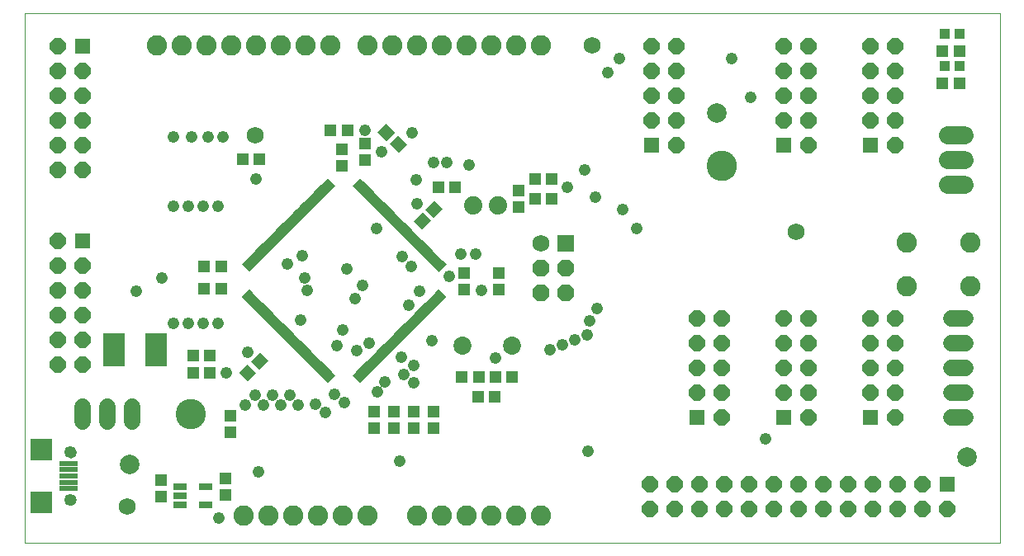
<source format=gts>
G75*
%MOIN*%
%OFA0B0*%
%FSLAX24Y24*%
%IPPOS*%
%LPD*%
%AMOC8*
5,1,8,0,0,1.08239X$1,22.5*
%
%ADD10C,0.0000*%
%ADD11C,0.1222*%
%ADD12R,0.0434X0.0198*%
%ADD13R,0.0198X0.0434*%
%ADD14C,0.0820*%
%ADD15R,0.0640X0.0640*%
%ADD16OC8,0.0640*%
%ADD17R,0.0474X0.0513*%
%ADD18R,0.0513X0.0474*%
%ADD19C,0.0740*%
%ADD20C,0.0730*%
%ADD21C,0.0730*%
%ADD22C,0.0680*%
%ADD23OC8,0.0680*%
%ADD24R,0.0680X0.0680*%
%ADD25R,0.0395X0.0395*%
%ADD26C,0.0674*%
%ADD27R,0.0552X0.0297*%
%ADD28C,0.0680*%
%ADD29R,0.0879X0.1379*%
%ADD30C,0.0787*%
%ADD31R,0.0769X0.0237*%
%ADD32R,0.0867X0.0867*%
%ADD33C,0.0493*%
%ADD34C,0.0476*%
D10*
X009750Y000930D02*
X009750Y022326D01*
X049120Y022326D01*
X049120Y000930D01*
X009750Y000930D01*
X011405Y002675D02*
X011407Y002703D01*
X011413Y002731D01*
X011422Y002757D01*
X011435Y002783D01*
X011451Y002806D01*
X011471Y002826D01*
X011493Y002844D01*
X011517Y002859D01*
X011543Y002870D01*
X011570Y002878D01*
X011598Y002882D01*
X011626Y002882D01*
X011654Y002878D01*
X011681Y002870D01*
X011707Y002859D01*
X011731Y002844D01*
X011753Y002826D01*
X011773Y002806D01*
X011789Y002783D01*
X011802Y002757D01*
X011811Y002731D01*
X011817Y002703D01*
X011819Y002675D01*
X011817Y002647D01*
X011811Y002619D01*
X011802Y002593D01*
X011789Y002567D01*
X011773Y002544D01*
X011753Y002524D01*
X011731Y002506D01*
X011707Y002491D01*
X011681Y002480D01*
X011654Y002472D01*
X011626Y002468D01*
X011598Y002468D01*
X011570Y002472D01*
X011543Y002480D01*
X011517Y002491D01*
X011493Y002506D01*
X011471Y002524D01*
X011451Y002544D01*
X011435Y002567D01*
X011422Y002593D01*
X011413Y002619D01*
X011407Y002647D01*
X011405Y002675D01*
X011405Y004585D02*
X011407Y004613D01*
X011413Y004641D01*
X011422Y004667D01*
X011435Y004693D01*
X011451Y004716D01*
X011471Y004736D01*
X011493Y004754D01*
X011517Y004769D01*
X011543Y004780D01*
X011570Y004788D01*
X011598Y004792D01*
X011626Y004792D01*
X011654Y004788D01*
X011681Y004780D01*
X011707Y004769D01*
X011731Y004754D01*
X011753Y004736D01*
X011773Y004716D01*
X011789Y004693D01*
X011802Y004667D01*
X011811Y004641D01*
X011817Y004613D01*
X011819Y004585D01*
X011817Y004557D01*
X011811Y004529D01*
X011802Y004503D01*
X011789Y004477D01*
X011773Y004454D01*
X011753Y004434D01*
X011731Y004416D01*
X011707Y004401D01*
X011681Y004390D01*
X011654Y004382D01*
X011626Y004378D01*
X011598Y004378D01*
X011570Y004382D01*
X011543Y004390D01*
X011517Y004401D01*
X011493Y004416D01*
X011471Y004434D01*
X011451Y004454D01*
X011435Y004477D01*
X011422Y004503D01*
X011413Y004529D01*
X011407Y004557D01*
X011405Y004585D01*
X015879Y006125D02*
X015881Y006172D01*
X015887Y006219D01*
X015896Y006265D01*
X015910Y006310D01*
X015927Y006354D01*
X015948Y006397D01*
X015972Y006437D01*
X015999Y006476D01*
X016030Y006512D01*
X016063Y006545D01*
X016099Y006576D01*
X016138Y006603D01*
X016178Y006627D01*
X016221Y006648D01*
X016265Y006665D01*
X016310Y006679D01*
X016356Y006688D01*
X016403Y006694D01*
X016450Y006696D01*
X016497Y006694D01*
X016544Y006688D01*
X016590Y006679D01*
X016635Y006665D01*
X016679Y006648D01*
X016722Y006627D01*
X016762Y006603D01*
X016801Y006576D01*
X016837Y006545D01*
X016870Y006512D01*
X016901Y006476D01*
X016928Y006437D01*
X016952Y006397D01*
X016973Y006354D01*
X016990Y006310D01*
X017004Y006265D01*
X017013Y006219D01*
X017019Y006172D01*
X017021Y006125D01*
X017019Y006078D01*
X017013Y006031D01*
X017004Y005985D01*
X016990Y005940D01*
X016973Y005896D01*
X016952Y005853D01*
X016928Y005813D01*
X016901Y005774D01*
X016870Y005738D01*
X016837Y005705D01*
X016801Y005674D01*
X016762Y005647D01*
X016722Y005623D01*
X016679Y005602D01*
X016635Y005585D01*
X016590Y005571D01*
X016544Y005562D01*
X016497Y005556D01*
X016450Y005554D01*
X016403Y005556D01*
X016356Y005562D01*
X016310Y005571D01*
X016265Y005585D01*
X016221Y005602D01*
X016178Y005623D01*
X016138Y005647D01*
X016099Y005674D01*
X016063Y005705D01*
X016030Y005738D01*
X015999Y005774D01*
X015972Y005813D01*
X015948Y005853D01*
X015927Y005896D01*
X015910Y005940D01*
X015896Y005985D01*
X015887Y006031D01*
X015881Y006078D01*
X015879Y006125D01*
X037334Y016165D02*
X037336Y016212D01*
X037342Y016259D01*
X037351Y016305D01*
X037365Y016350D01*
X037382Y016394D01*
X037403Y016437D01*
X037427Y016477D01*
X037454Y016516D01*
X037485Y016552D01*
X037518Y016585D01*
X037554Y016616D01*
X037593Y016643D01*
X037633Y016667D01*
X037676Y016688D01*
X037720Y016705D01*
X037765Y016719D01*
X037811Y016728D01*
X037858Y016734D01*
X037905Y016736D01*
X037952Y016734D01*
X037999Y016728D01*
X038045Y016719D01*
X038090Y016705D01*
X038134Y016688D01*
X038177Y016667D01*
X038217Y016643D01*
X038256Y016616D01*
X038292Y016585D01*
X038325Y016552D01*
X038356Y016516D01*
X038383Y016477D01*
X038407Y016437D01*
X038428Y016394D01*
X038445Y016350D01*
X038459Y016305D01*
X038468Y016259D01*
X038474Y016212D01*
X038476Y016165D01*
X038474Y016118D01*
X038468Y016071D01*
X038459Y016025D01*
X038445Y015980D01*
X038428Y015936D01*
X038407Y015893D01*
X038383Y015853D01*
X038356Y015814D01*
X038325Y015778D01*
X038292Y015745D01*
X038256Y015714D01*
X038217Y015687D01*
X038177Y015663D01*
X038134Y015642D01*
X038090Y015625D01*
X038045Y015611D01*
X037999Y015602D01*
X037952Y015596D01*
X037905Y015594D01*
X037858Y015596D01*
X037811Y015602D01*
X037765Y015611D01*
X037720Y015625D01*
X037676Y015642D01*
X037633Y015663D01*
X037593Y015687D01*
X037554Y015714D01*
X037518Y015745D01*
X037485Y015778D01*
X037454Y015814D01*
X037427Y015853D01*
X037403Y015893D01*
X037382Y015936D01*
X037365Y015980D01*
X037351Y016025D01*
X037342Y016071D01*
X037336Y016118D01*
X037334Y016165D01*
D11*
X037905Y016165D03*
X016450Y006125D03*
D12*
G36*
X021467Y008537D02*
X021161Y008231D01*
X021021Y008371D01*
X021327Y008677D01*
X021467Y008537D01*
G37*
G36*
X021606Y008398D02*
X021300Y008092D01*
X021160Y008232D01*
X021466Y008538D01*
X021606Y008398D01*
G37*
G36*
X021746Y008258D02*
X021440Y007952D01*
X021300Y008092D01*
X021606Y008398D01*
X021746Y008258D01*
G37*
G36*
X021885Y008119D02*
X021579Y007813D01*
X021439Y007953D01*
X021745Y008259D01*
X021885Y008119D01*
G37*
G36*
X022024Y007980D02*
X021718Y007674D01*
X021578Y007814D01*
X021884Y008120D01*
X022024Y007980D01*
G37*
G36*
X022163Y007841D02*
X021857Y007535D01*
X021717Y007675D01*
X022023Y007981D01*
X022163Y007841D01*
G37*
G36*
X022302Y007702D02*
X021996Y007396D01*
X021856Y007536D01*
X022162Y007842D01*
X022302Y007702D01*
G37*
G36*
X021328Y008676D02*
X021022Y008370D01*
X020882Y008510D01*
X021188Y008816D01*
X021328Y008676D01*
G37*
G36*
X021189Y008815D02*
X020883Y008509D01*
X020743Y008649D01*
X021049Y008955D01*
X021189Y008815D01*
G37*
G36*
X021050Y008954D02*
X020744Y008648D01*
X020604Y008788D01*
X020910Y009094D01*
X021050Y008954D01*
G37*
G36*
X020910Y009094D02*
X020604Y008788D01*
X020464Y008928D01*
X020770Y009234D01*
X020910Y009094D01*
G37*
G36*
X020771Y009233D02*
X020465Y008927D01*
X020325Y009067D01*
X020631Y009373D01*
X020771Y009233D01*
G37*
G36*
X020632Y009372D02*
X020326Y009066D01*
X020186Y009206D01*
X020492Y009512D01*
X020632Y009372D01*
G37*
G36*
X020493Y009511D02*
X020187Y009205D01*
X020047Y009345D01*
X020353Y009651D01*
X020493Y009511D01*
G37*
G36*
X020354Y009650D02*
X020048Y009344D01*
X019908Y009484D01*
X020214Y009790D01*
X020354Y009650D01*
G37*
G36*
X020214Y009790D02*
X019908Y009484D01*
X019768Y009624D01*
X020074Y009930D01*
X020214Y009790D01*
G37*
G36*
X020075Y009929D02*
X019769Y009623D01*
X019629Y009763D01*
X019935Y010069D01*
X020075Y009929D01*
G37*
G36*
X019936Y010068D02*
X019630Y009762D01*
X019490Y009902D01*
X019796Y010208D01*
X019936Y010068D01*
G37*
G36*
X019797Y010207D02*
X019491Y009901D01*
X019351Y010041D01*
X019657Y010347D01*
X019797Y010207D01*
G37*
G36*
X019658Y010346D02*
X019352Y010040D01*
X019212Y010180D01*
X019518Y010486D01*
X019658Y010346D01*
G37*
G36*
X019518Y010486D02*
X019212Y010180D01*
X019072Y010320D01*
X019378Y010626D01*
X019518Y010486D01*
G37*
G36*
X019379Y010625D02*
X019073Y010319D01*
X018933Y010459D01*
X019239Y010765D01*
X019379Y010625D01*
G37*
G36*
X019240Y010764D02*
X018934Y010458D01*
X018794Y010598D01*
X019100Y010904D01*
X019240Y010764D01*
G37*
G36*
X019101Y010903D02*
X018795Y010597D01*
X018655Y010737D01*
X018961Y011043D01*
X019101Y010903D01*
G37*
G36*
X018962Y011042D02*
X018656Y010736D01*
X018516Y010876D01*
X018822Y011182D01*
X018962Y011042D01*
G37*
G36*
X025114Y013854D02*
X024808Y013548D01*
X024668Y013688D01*
X024974Y013994D01*
X025114Y013854D01*
G37*
G36*
X025253Y013715D02*
X024947Y013409D01*
X024807Y013549D01*
X025113Y013855D01*
X025253Y013715D01*
G37*
G36*
X025392Y013576D02*
X025086Y013270D01*
X024946Y013410D01*
X025252Y013716D01*
X025392Y013576D01*
G37*
G36*
X025532Y013436D02*
X025226Y013130D01*
X025086Y013270D01*
X025392Y013576D01*
X025532Y013436D01*
G37*
G36*
X025671Y013297D02*
X025365Y012991D01*
X025225Y013131D01*
X025531Y013437D01*
X025671Y013297D01*
G37*
G36*
X025810Y013158D02*
X025504Y012852D01*
X025364Y012992D01*
X025670Y013298D01*
X025810Y013158D01*
G37*
G36*
X025949Y013019D02*
X025643Y012713D01*
X025503Y012853D01*
X025809Y013159D01*
X025949Y013019D01*
G37*
G36*
X026088Y012880D02*
X025782Y012574D01*
X025642Y012714D01*
X025948Y013020D01*
X026088Y012880D01*
G37*
G36*
X026228Y012740D02*
X025922Y012434D01*
X025782Y012574D01*
X026088Y012880D01*
X026228Y012740D01*
G37*
G36*
X026367Y012601D02*
X026061Y012295D01*
X025921Y012435D01*
X026227Y012741D01*
X026367Y012601D01*
G37*
G36*
X026506Y012462D02*
X026200Y012156D01*
X026060Y012296D01*
X026366Y012602D01*
X026506Y012462D01*
G37*
G36*
X026645Y012323D02*
X026339Y012017D01*
X026199Y012157D01*
X026505Y012463D01*
X026645Y012323D01*
G37*
G36*
X026784Y012184D02*
X026478Y011878D01*
X026338Y012018D01*
X026644Y012324D01*
X026784Y012184D01*
G37*
G36*
X024975Y013993D02*
X024669Y013687D01*
X024529Y013827D01*
X024835Y014133D01*
X024975Y013993D01*
G37*
G36*
X024836Y014132D02*
X024530Y013826D01*
X024390Y013966D01*
X024696Y014272D01*
X024836Y014132D01*
G37*
G36*
X024696Y014272D02*
X024390Y013966D01*
X024250Y014106D01*
X024556Y014412D01*
X024696Y014272D01*
G37*
G36*
X024557Y014411D02*
X024251Y014105D01*
X024111Y014245D01*
X024417Y014551D01*
X024557Y014411D01*
G37*
G36*
X024418Y014550D02*
X024112Y014244D01*
X023972Y014384D01*
X024278Y014690D01*
X024418Y014550D01*
G37*
G36*
X024279Y014689D02*
X023973Y014383D01*
X023833Y014523D01*
X024139Y014829D01*
X024279Y014689D01*
G37*
G36*
X024140Y014828D02*
X023834Y014522D01*
X023694Y014662D01*
X024000Y014968D01*
X024140Y014828D01*
G37*
G36*
X024000Y014968D02*
X023694Y014662D01*
X023554Y014802D01*
X023860Y015108D01*
X024000Y014968D01*
G37*
G36*
X023861Y015107D02*
X023555Y014801D01*
X023415Y014941D01*
X023721Y015247D01*
X023861Y015107D01*
G37*
G36*
X023722Y015246D02*
X023416Y014940D01*
X023276Y015080D01*
X023582Y015386D01*
X023722Y015246D01*
G37*
G36*
X023583Y015385D02*
X023277Y015079D01*
X023137Y015219D01*
X023443Y015525D01*
X023583Y015385D01*
G37*
G36*
X023444Y015524D02*
X023138Y015218D01*
X022998Y015358D01*
X023304Y015664D01*
X023444Y015524D01*
G37*
D13*
G36*
X022302Y015358D02*
X022162Y015218D01*
X021856Y015524D01*
X021996Y015664D01*
X022302Y015358D01*
G37*
G36*
X022163Y015219D02*
X022023Y015079D01*
X021717Y015385D01*
X021857Y015525D01*
X022163Y015219D01*
G37*
G36*
X022024Y015080D02*
X021884Y014940D01*
X021578Y015246D01*
X021718Y015386D01*
X022024Y015080D01*
G37*
G36*
X021885Y014941D02*
X021745Y014801D01*
X021439Y015107D01*
X021579Y015247D01*
X021885Y014941D01*
G37*
G36*
X021746Y014802D02*
X021606Y014662D01*
X021300Y014968D01*
X021440Y015108D01*
X021746Y014802D01*
G37*
G36*
X021606Y014662D02*
X021466Y014522D01*
X021160Y014828D01*
X021300Y014968D01*
X021606Y014662D01*
G37*
G36*
X021467Y014523D02*
X021327Y014383D01*
X021021Y014689D01*
X021161Y014829D01*
X021467Y014523D01*
G37*
G36*
X021328Y014384D02*
X021188Y014244D01*
X020882Y014550D01*
X021022Y014690D01*
X021328Y014384D01*
G37*
G36*
X021189Y014245D02*
X021049Y014105D01*
X020743Y014411D01*
X020883Y014551D01*
X021189Y014245D01*
G37*
G36*
X021050Y014106D02*
X020910Y013966D01*
X020604Y014272D01*
X020744Y014412D01*
X021050Y014106D01*
G37*
G36*
X020910Y013966D02*
X020770Y013826D01*
X020464Y014132D01*
X020604Y014272D01*
X020910Y013966D01*
G37*
G36*
X020771Y013827D02*
X020631Y013687D01*
X020325Y013993D01*
X020465Y014133D01*
X020771Y013827D01*
G37*
G36*
X020632Y013688D02*
X020492Y013548D01*
X020186Y013854D01*
X020326Y013994D01*
X020632Y013688D01*
G37*
G36*
X020493Y013549D02*
X020353Y013409D01*
X020047Y013715D01*
X020187Y013855D01*
X020493Y013549D01*
G37*
G36*
X020354Y013410D02*
X020214Y013270D01*
X019908Y013576D01*
X020048Y013716D01*
X020354Y013410D01*
G37*
G36*
X020214Y013270D02*
X020074Y013130D01*
X019768Y013436D01*
X019908Y013576D01*
X020214Y013270D01*
G37*
G36*
X020075Y013131D02*
X019935Y012991D01*
X019629Y013297D01*
X019769Y013437D01*
X020075Y013131D01*
G37*
G36*
X019936Y012992D02*
X019796Y012852D01*
X019490Y013158D01*
X019630Y013298D01*
X019936Y012992D01*
G37*
G36*
X019797Y012853D02*
X019657Y012713D01*
X019351Y013019D01*
X019491Y013159D01*
X019797Y012853D01*
G37*
G36*
X019658Y012714D02*
X019518Y012574D01*
X019212Y012880D01*
X019352Y013020D01*
X019658Y012714D01*
G37*
G36*
X019518Y012574D02*
X019378Y012434D01*
X019072Y012740D01*
X019212Y012880D01*
X019518Y012574D01*
G37*
G36*
X019379Y012435D02*
X019239Y012295D01*
X018933Y012601D01*
X019073Y012741D01*
X019379Y012435D01*
G37*
G36*
X019240Y012296D02*
X019100Y012156D01*
X018794Y012462D01*
X018934Y012602D01*
X019240Y012296D01*
G37*
G36*
X019101Y012157D02*
X018961Y012017D01*
X018655Y012323D01*
X018795Y012463D01*
X019101Y012157D01*
G37*
G36*
X018962Y012018D02*
X018822Y011878D01*
X018516Y012184D01*
X018656Y012324D01*
X018962Y012018D01*
G37*
G36*
X025114Y009206D02*
X024974Y009066D01*
X024668Y009372D01*
X024808Y009512D01*
X025114Y009206D01*
G37*
G36*
X025253Y009345D02*
X025113Y009205D01*
X024807Y009511D01*
X024947Y009651D01*
X025253Y009345D01*
G37*
G36*
X025392Y009484D02*
X025252Y009344D01*
X024946Y009650D01*
X025086Y009790D01*
X025392Y009484D01*
G37*
G36*
X025532Y009624D02*
X025392Y009484D01*
X025086Y009790D01*
X025226Y009930D01*
X025532Y009624D01*
G37*
G36*
X025671Y009763D02*
X025531Y009623D01*
X025225Y009929D01*
X025365Y010069D01*
X025671Y009763D01*
G37*
G36*
X025810Y009902D02*
X025670Y009762D01*
X025364Y010068D01*
X025504Y010208D01*
X025810Y009902D01*
G37*
G36*
X025949Y010041D02*
X025809Y009901D01*
X025503Y010207D01*
X025643Y010347D01*
X025949Y010041D01*
G37*
G36*
X026088Y010180D02*
X025948Y010040D01*
X025642Y010346D01*
X025782Y010486D01*
X026088Y010180D01*
G37*
G36*
X026228Y010320D02*
X026088Y010180D01*
X025782Y010486D01*
X025922Y010626D01*
X026228Y010320D01*
G37*
G36*
X026367Y010459D02*
X026227Y010319D01*
X025921Y010625D01*
X026061Y010765D01*
X026367Y010459D01*
G37*
G36*
X026506Y010598D02*
X026366Y010458D01*
X026060Y010764D01*
X026200Y010904D01*
X026506Y010598D01*
G37*
G36*
X026645Y010737D02*
X026505Y010597D01*
X026199Y010903D01*
X026339Y011043D01*
X026645Y010737D01*
G37*
G36*
X026784Y010876D02*
X026644Y010736D01*
X026338Y011042D01*
X026478Y011182D01*
X026784Y010876D01*
G37*
G36*
X024975Y009067D02*
X024835Y008927D01*
X024529Y009233D01*
X024669Y009373D01*
X024975Y009067D01*
G37*
G36*
X024836Y008928D02*
X024696Y008788D01*
X024390Y009094D01*
X024530Y009234D01*
X024836Y008928D01*
G37*
G36*
X024696Y008788D02*
X024556Y008648D01*
X024250Y008954D01*
X024390Y009094D01*
X024696Y008788D01*
G37*
G36*
X024557Y008649D02*
X024417Y008509D01*
X024111Y008815D01*
X024251Y008955D01*
X024557Y008649D01*
G37*
G36*
X024418Y008510D02*
X024278Y008370D01*
X023972Y008676D01*
X024112Y008816D01*
X024418Y008510D01*
G37*
G36*
X024279Y008371D02*
X024139Y008231D01*
X023833Y008537D01*
X023973Y008677D01*
X024279Y008371D01*
G37*
G36*
X024140Y008232D02*
X024000Y008092D01*
X023694Y008398D01*
X023834Y008538D01*
X024140Y008232D01*
G37*
G36*
X024000Y008092D02*
X023860Y007952D01*
X023554Y008258D01*
X023694Y008398D01*
X024000Y008092D01*
G37*
G36*
X023861Y007953D02*
X023721Y007813D01*
X023415Y008119D01*
X023555Y008259D01*
X023861Y007953D01*
G37*
G36*
X023722Y007814D02*
X023582Y007674D01*
X023276Y007980D01*
X023416Y008120D01*
X023722Y007814D01*
G37*
G36*
X023583Y007675D02*
X023443Y007535D01*
X023137Y007841D01*
X023277Y007981D01*
X023583Y007675D01*
G37*
G36*
X023444Y007536D02*
X023304Y007396D01*
X022998Y007702D01*
X023138Y007842D01*
X023444Y007536D01*
G37*
D14*
X023600Y002030D03*
X022600Y002030D03*
X021600Y002030D03*
X020600Y002030D03*
X019600Y002030D03*
X018600Y002030D03*
X025600Y002030D03*
X026600Y002030D03*
X027600Y002030D03*
X028600Y002030D03*
X029600Y002030D03*
X030600Y002030D03*
X045370Y011290D03*
X047930Y011290D03*
X047930Y013070D03*
X045370Y013070D03*
X030600Y021030D03*
X029600Y021030D03*
X028600Y021030D03*
X027600Y021030D03*
X026600Y021030D03*
X025600Y021030D03*
X024600Y021030D03*
X023600Y021030D03*
X022100Y021030D03*
X021100Y021030D03*
X020100Y021030D03*
X019100Y021030D03*
X018100Y021030D03*
X017100Y021030D03*
X016100Y021030D03*
X015100Y021030D03*
D15*
X012100Y020980D03*
X012100Y013130D03*
X035050Y016980D03*
X040400Y016980D03*
X043900Y016980D03*
X043900Y005980D03*
X040400Y005980D03*
X036900Y005980D03*
X047000Y003280D03*
D16*
X046000Y003280D03*
X045000Y003280D03*
X044000Y003280D03*
X043000Y003280D03*
X042000Y003280D03*
X041000Y003280D03*
X040000Y003280D03*
X039000Y003280D03*
X038000Y003280D03*
X037000Y003280D03*
X036000Y003280D03*
X035000Y003280D03*
X035000Y002280D03*
X036000Y002280D03*
X037000Y002280D03*
X038000Y002280D03*
X039000Y002280D03*
X040000Y002280D03*
X041000Y002280D03*
X042000Y002280D03*
X043000Y002280D03*
X044000Y002280D03*
X045000Y002280D03*
X046000Y002280D03*
X047000Y002280D03*
X044900Y005980D03*
X044900Y006980D03*
X043900Y006980D03*
X043900Y007980D03*
X044900Y007980D03*
X044900Y008980D03*
X043900Y008980D03*
X043900Y009980D03*
X044900Y009980D03*
X041400Y009980D03*
X040400Y009980D03*
X040400Y008980D03*
X041400Y008980D03*
X041400Y007980D03*
X040400Y007980D03*
X040400Y006980D03*
X041400Y006980D03*
X041400Y005980D03*
X037900Y005980D03*
X037900Y006980D03*
X036900Y006980D03*
X036900Y007980D03*
X037900Y007980D03*
X037900Y008980D03*
X036900Y008980D03*
X036900Y009980D03*
X037900Y009980D03*
X036050Y016980D03*
X036050Y017980D03*
X035050Y017980D03*
X035050Y018980D03*
X036050Y018980D03*
X036050Y019980D03*
X035050Y019980D03*
X035050Y020980D03*
X036050Y020980D03*
X040400Y020980D03*
X041400Y020980D03*
X041400Y019980D03*
X040400Y019980D03*
X040400Y018980D03*
X041400Y018980D03*
X041400Y017980D03*
X040400Y017980D03*
X041400Y016980D03*
X043900Y017980D03*
X044900Y017980D03*
X044900Y016980D03*
X044900Y018980D03*
X043900Y018980D03*
X043900Y019980D03*
X044900Y019980D03*
X044900Y020980D03*
X043900Y020980D03*
X012100Y019980D03*
X011100Y019980D03*
X011100Y018980D03*
X012100Y018980D03*
X012100Y017980D03*
X011100Y017980D03*
X011100Y016980D03*
X012100Y016980D03*
X012100Y015980D03*
X011100Y015980D03*
X011100Y013130D03*
X011100Y012130D03*
X012100Y012130D03*
X012100Y011130D03*
X011100Y011130D03*
X011100Y010130D03*
X012100Y010130D03*
X012100Y009130D03*
X011100Y009130D03*
X011100Y008130D03*
X012100Y008130D03*
X011100Y020980D03*
D17*
X022550Y016815D03*
X022550Y016145D03*
X023500Y016395D03*
X023500Y017065D03*
X029700Y015165D03*
X029700Y014495D03*
X028900Y011815D03*
X027500Y011815D03*
X027500Y011145D03*
X028900Y011145D03*
X026250Y006215D03*
X026250Y005545D03*
X025450Y005545D03*
X024650Y005545D03*
X024650Y006215D03*
X025450Y006215D03*
X023850Y006215D03*
X023850Y005545D03*
X018050Y005395D03*
X018050Y006065D03*
X017850Y003515D03*
X017850Y002845D03*
X015250Y002795D03*
X015250Y003465D03*
D18*
X016565Y007780D03*
X017235Y007780D03*
X017235Y008480D03*
X016565Y008480D03*
G36*
X019111Y007806D02*
X018750Y007445D01*
X018415Y007780D01*
X018776Y008141D01*
X019111Y007806D01*
G37*
G36*
X019585Y008280D02*
X019224Y007919D01*
X018889Y008254D01*
X019250Y008615D01*
X019585Y008280D01*
G37*
X017685Y011180D03*
X017015Y011180D03*
X017015Y012080D03*
X017685Y012080D03*
G36*
X026161Y013956D02*
X025800Y013595D01*
X025465Y013930D01*
X025826Y014291D01*
X026161Y013956D01*
G37*
G36*
X026635Y014430D02*
X026274Y014069D01*
X025939Y014404D01*
X026300Y014765D01*
X026635Y014430D01*
G37*
X026465Y015280D03*
X027135Y015280D03*
X030365Y015630D03*
X031035Y015630D03*
X031035Y014830D03*
X030365Y014830D03*
G36*
X024824Y017391D02*
X025185Y017030D01*
X024850Y016695D01*
X024489Y017056D01*
X024824Y017391D01*
G37*
G36*
X024350Y017865D02*
X024711Y017504D01*
X024376Y017169D01*
X024015Y017530D01*
X024350Y017865D01*
G37*
X022785Y017580D03*
X022115Y017580D03*
X019235Y016430D03*
X018565Y016430D03*
X027415Y007630D03*
X028085Y007630D03*
X028765Y007630D03*
X029435Y007630D03*
X028735Y006830D03*
X028065Y006830D03*
X046815Y019480D03*
X047485Y019480D03*
X047485Y020780D03*
X046815Y020780D03*
D19*
X028860Y014560D03*
X027860Y014560D03*
D20*
X027430Y008890D03*
X029430Y008890D03*
D21*
X047045Y015410D02*
X047695Y015410D01*
X047695Y016410D02*
X047045Y016410D01*
X047045Y017410D02*
X047695Y017410D01*
D22*
X040900Y013480D03*
X030600Y013030D03*
X019050Y017380D03*
X032650Y021030D03*
X013900Y002380D03*
D23*
X030600Y011030D03*
X031600Y011030D03*
X031600Y012030D03*
X030600Y012030D03*
D24*
X031600Y013030D03*
D25*
X046905Y020180D03*
X047495Y020180D03*
X047495Y021480D03*
X046905Y021480D03*
D26*
X047153Y009980D02*
X047747Y009980D01*
X047747Y008980D02*
X047153Y008980D01*
X047153Y007980D02*
X047747Y007980D01*
X047747Y006980D02*
X047153Y006980D01*
X047153Y005980D02*
X047747Y005980D01*
D27*
X017062Y003204D03*
X016038Y003204D03*
X016038Y002830D03*
X016038Y002456D03*
X017062Y002456D03*
D28*
X014100Y005830D02*
X014100Y006430D01*
X013100Y006430D02*
X013100Y005830D01*
X012100Y005830D02*
X012100Y006430D01*
D29*
X013350Y008730D03*
X015050Y008730D03*
D30*
X014000Y004080D03*
X037700Y018280D03*
X047800Y004380D03*
D31*
X011531Y004142D03*
X011531Y003886D03*
X011531Y003630D03*
X011531Y003374D03*
X011531Y003118D03*
D32*
X010419Y002557D03*
X010419Y004703D03*
D33*
X011612Y004585D03*
X011612Y002675D03*
D34*
X017600Y001930D03*
X019200Y003780D03*
X021900Y006180D03*
X021500Y006530D03*
X020800Y006480D03*
X020450Y006880D03*
X020100Y006480D03*
X019750Y006880D03*
X019400Y006480D03*
X019050Y006880D03*
X018650Y006480D03*
X017900Y007780D03*
X018750Y008630D03*
X017550Y009780D03*
X016950Y009780D03*
X016350Y009780D03*
X015750Y009780D03*
X014250Y011080D03*
X015300Y011630D03*
X020350Y012180D03*
X020950Y012530D03*
X021050Y011630D03*
X021150Y011130D03*
X022750Y011980D03*
X023400Y011330D03*
X023100Y010780D03*
X025250Y010530D03*
X025700Y011080D03*
X026900Y011680D03*
X028200Y011130D03*
X027950Y012580D03*
X027350Y012580D03*
X025350Y012080D03*
X025000Y012480D03*
X023950Y013630D03*
X025600Y014630D03*
X025550Y015580D03*
X026250Y016280D03*
X026800Y016280D03*
X027700Y016180D03*
X025400Y017480D03*
X024150Y016730D03*
X023500Y017580D03*
X019100Y015630D03*
X017550Y014530D03*
X016950Y014530D03*
X016350Y014530D03*
X015750Y014530D03*
X015750Y017330D03*
X016500Y017330D03*
X017150Y017330D03*
X017750Y017330D03*
X031650Y015280D03*
X032800Y014880D03*
X033900Y014380D03*
X034450Y013630D03*
X032350Y015980D03*
X039050Y018930D03*
X038300Y020480D03*
X033750Y020480D03*
X033300Y019930D03*
X032850Y010380D03*
X032550Y009880D03*
X032450Y009330D03*
X031950Y009130D03*
X031450Y008930D03*
X030950Y008730D03*
X028750Y008380D03*
X026200Y009080D03*
X024950Y008430D03*
X025450Y008080D03*
X025050Y007730D03*
X025450Y007380D03*
X024300Y007430D03*
X024000Y007030D03*
X022650Y006580D03*
X022250Y006930D03*
X023150Y008680D03*
X023650Y008980D03*
X022600Y009530D03*
X022350Y008880D03*
X020900Y009930D03*
X032500Y004630D03*
X039650Y005130D03*
X024900Y004230D03*
M02*

</source>
